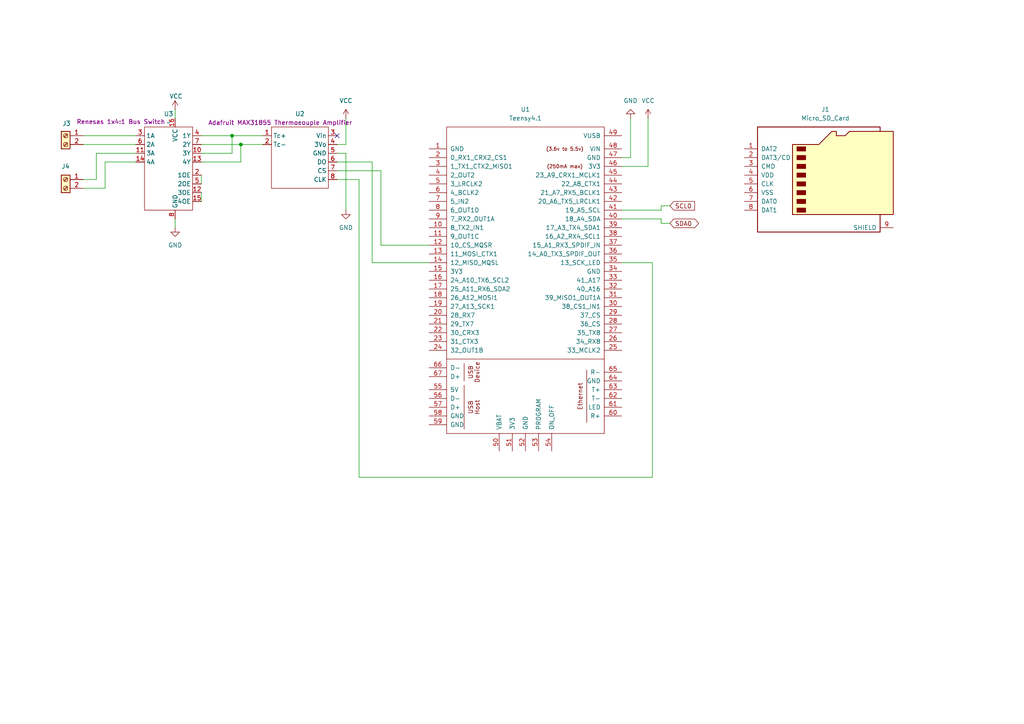
<source format=kicad_sch>
(kicad_sch
	(version 20231120)
	(generator "eeschema")
	(generator_version "8.0")
	(uuid "eb149586-1830-44fb-b1b8-1f960baa6b9a")
	(paper "A4")
	(lib_symbols
		(symbol "Connector:Micro_SD_Card"
			(pin_names
				(offset 1.016)
			)
			(exclude_from_sim no)
			(in_bom yes)
			(on_board yes)
			(property "Reference" "J"
				(at -16.51 15.24 0)
				(effects
					(font
						(size 1.27 1.27)
					)
				)
			)
			(property "Value" "Micro_SD_Card"
				(at 16.51 15.24 0)
				(effects
					(font
						(size 1.27 1.27)
					)
					(justify right)
				)
			)
			(property "Footprint" ""
				(at 29.21 7.62 0)
				(effects
					(font
						(size 1.27 1.27)
					)
					(hide yes)
				)
			)
			(property "Datasheet" "http://katalog.we-online.de/em/datasheet/693072010801.pdf"
				(at 0 0 0)
				(effects
					(font
						(size 1.27 1.27)
					)
					(hide yes)
				)
			)
			(property "Description" "Micro SD Card Socket"
				(at 0 0 0)
				(effects
					(font
						(size 1.27 1.27)
					)
					(hide yes)
				)
			)
			(property "ki_keywords" "connector SD microsd"
				(at 0 0 0)
				(effects
					(font
						(size 1.27 1.27)
					)
					(hide yes)
				)
			)
			(property "ki_fp_filters" "microSD*"
				(at 0 0 0)
				(effects
					(font
						(size 1.27 1.27)
					)
					(hide yes)
				)
			)
			(symbol "Micro_SD_Card_0_1"
				(rectangle
					(start -7.62 -9.525)
					(end -5.08 -10.795)
					(stroke
						(width 0)
						(type default)
					)
					(fill
						(type outline)
					)
				)
				(rectangle
					(start -7.62 -6.985)
					(end -5.08 -8.255)
					(stroke
						(width 0)
						(type default)
					)
					(fill
						(type outline)
					)
				)
				(rectangle
					(start -7.62 -4.445)
					(end -5.08 -5.715)
					(stroke
						(width 0)
						(type default)
					)
					(fill
						(type outline)
					)
				)
				(rectangle
					(start -7.62 -1.905)
					(end -5.08 -3.175)
					(stroke
						(width 0)
						(type default)
					)
					(fill
						(type outline)
					)
				)
				(rectangle
					(start -7.62 0.635)
					(end -5.08 -0.635)
					(stroke
						(width 0)
						(type default)
					)
					(fill
						(type outline)
					)
				)
				(rectangle
					(start -7.62 3.175)
					(end -5.08 1.905)
					(stroke
						(width 0)
						(type default)
					)
					(fill
						(type outline)
					)
				)
				(rectangle
					(start -7.62 5.715)
					(end -5.08 4.445)
					(stroke
						(width 0)
						(type default)
					)
					(fill
						(type outline)
					)
				)
				(rectangle
					(start -7.62 8.255)
					(end -5.08 6.985)
					(stroke
						(width 0)
						(type default)
					)
					(fill
						(type outline)
					)
				)
				(polyline
					(pts
						(xy 16.51 12.7) (xy 16.51 13.97) (xy -19.05 13.97) (xy -19.05 -16.51) (xy 16.51 -16.51) (xy 16.51 -11.43)
					)
					(stroke
						(width 0.254)
						(type default)
					)
					(fill
						(type none)
					)
				)
				(polyline
					(pts
						(xy -8.89 -11.43) (xy -8.89 8.89) (xy -1.27 8.89) (xy 2.54 12.7) (xy 3.81 12.7) (xy 3.81 11.43)
						(xy 6.35 11.43) (xy 7.62 12.7) (xy 20.32 12.7) (xy 20.32 -11.43) (xy -8.89 -11.43)
					)
					(stroke
						(width 0.254)
						(type default)
					)
					(fill
						(type background)
					)
				)
			)
			(symbol "Micro_SD_Card_1_1"
				(pin bidirectional line
					(at -22.86 7.62 0)
					(length 3.81)
					(name "DAT2"
						(effects
							(font
								(size 1.27 1.27)
							)
						)
					)
					(number "1"
						(effects
							(font
								(size 1.27 1.27)
							)
						)
					)
				)
				(pin bidirectional line
					(at -22.86 5.08 0)
					(length 3.81)
					(name "DAT3/CD"
						(effects
							(font
								(size 1.27 1.27)
							)
						)
					)
					(number "2"
						(effects
							(font
								(size 1.27 1.27)
							)
						)
					)
				)
				(pin input line
					(at -22.86 2.54 0)
					(length 3.81)
					(name "CMD"
						(effects
							(font
								(size 1.27 1.27)
							)
						)
					)
					(number "3"
						(effects
							(font
								(size 1.27 1.27)
							)
						)
					)
				)
				(pin power_in line
					(at -22.86 0 0)
					(length 3.81)
					(name "VDD"
						(effects
							(font
								(size 1.27 1.27)
							)
						)
					)
					(number "4"
						(effects
							(font
								(size 1.27 1.27)
							)
						)
					)
				)
				(pin input line
					(at -22.86 -2.54 0)
					(length 3.81)
					(name "CLK"
						(effects
							(font
								(size 1.27 1.27)
							)
						)
					)
					(number "5"
						(effects
							(font
								(size 1.27 1.27)
							)
						)
					)
				)
				(pin power_in line
					(at -22.86 -5.08 0)
					(length 3.81)
					(name "VSS"
						(effects
							(font
								(size 1.27 1.27)
							)
						)
					)
					(number "6"
						(effects
							(font
								(size 1.27 1.27)
							)
						)
					)
				)
				(pin bidirectional line
					(at -22.86 -7.62 0)
					(length 3.81)
					(name "DAT0"
						(effects
							(font
								(size 1.27 1.27)
							)
						)
					)
					(number "7"
						(effects
							(font
								(size 1.27 1.27)
							)
						)
					)
				)
				(pin bidirectional line
					(at -22.86 -10.16 0)
					(length 3.81)
					(name "DAT1"
						(effects
							(font
								(size 1.27 1.27)
							)
						)
					)
					(number "8"
						(effects
							(font
								(size 1.27 1.27)
							)
						)
					)
				)
				(pin passive line
					(at 20.32 -15.24 180)
					(length 3.81)
					(name "SHIELD"
						(effects
							(font
								(size 1.27 1.27)
							)
						)
					)
					(number "9"
						(effects
							(font
								(size 1.27 1.27)
							)
						)
					)
				)
			)
		)
		(symbol "Connector:Screw_Terminal_01x02"
			(pin_names
				(offset 1.016) hide)
			(exclude_from_sim no)
			(in_bom yes)
			(on_board yes)
			(property "Reference" "J"
				(at 0 2.54 0)
				(effects
					(font
						(size 1.27 1.27)
					)
				)
			)
			(property "Value" "Screw_Terminal_01x02"
				(at 0 -5.08 0)
				(effects
					(font
						(size 1.27 1.27)
					)
				)
			)
			(property "Footprint" ""
				(at 0 0 0)
				(effects
					(font
						(size 1.27 1.27)
					)
					(hide yes)
				)
			)
			(property "Datasheet" "~"
				(at 0 0 0)
				(effects
					(font
						(size 1.27 1.27)
					)
					(hide yes)
				)
			)
			(property "Description" "Generic screw terminal, single row, 01x02, script generated (kicad-library-utils/schlib/autogen/connector/)"
				(at 0 0 0)
				(effects
					(font
						(size 1.27 1.27)
					)
					(hide yes)
				)
			)
			(property "ki_keywords" "screw terminal"
				(at 0 0 0)
				(effects
					(font
						(size 1.27 1.27)
					)
					(hide yes)
				)
			)
			(property "ki_fp_filters" "TerminalBlock*:*"
				(at 0 0 0)
				(effects
					(font
						(size 1.27 1.27)
					)
					(hide yes)
				)
			)
			(symbol "Screw_Terminal_01x02_1_1"
				(rectangle
					(start -1.27 1.27)
					(end 1.27 -3.81)
					(stroke
						(width 0.254)
						(type default)
					)
					(fill
						(type background)
					)
				)
				(circle
					(center 0 -2.54)
					(radius 0.635)
					(stroke
						(width 0.1524)
						(type default)
					)
					(fill
						(type none)
					)
				)
				(polyline
					(pts
						(xy -0.5334 -2.2098) (xy 0.3302 -3.048)
					)
					(stroke
						(width 0.1524)
						(type default)
					)
					(fill
						(type none)
					)
				)
				(polyline
					(pts
						(xy -0.5334 0.3302) (xy 0.3302 -0.508)
					)
					(stroke
						(width 0.1524)
						(type default)
					)
					(fill
						(type none)
					)
				)
				(polyline
					(pts
						(xy -0.3556 -2.032) (xy 0.508 -2.8702)
					)
					(stroke
						(width 0.1524)
						(type default)
					)
					(fill
						(type none)
					)
				)
				(polyline
					(pts
						(xy -0.3556 0.508) (xy 0.508 -0.3302)
					)
					(stroke
						(width 0.1524)
						(type default)
					)
					(fill
						(type none)
					)
				)
				(circle
					(center 0 0)
					(radius 0.635)
					(stroke
						(width 0.1524)
						(type default)
					)
					(fill
						(type none)
					)
				)
				(pin passive line
					(at -5.08 0 0)
					(length 3.81)
					(name "Pin_1"
						(effects
							(font
								(size 1.27 1.27)
							)
						)
					)
					(number "1"
						(effects
							(font
								(size 1.27 1.27)
							)
						)
					)
				)
				(pin passive line
					(at -5.08 -2.54 0)
					(length 3.81)
					(name "Pin_2"
						(effects
							(font
								(size 1.27 1.27)
							)
						)
					)
					(number "2"
						(effects
							(font
								(size 1.27 1.27)
							)
						)
					)
				)
			)
		)
		(symbol "SUSF:Adafruit_Thermocouple_Amplifier_Breakout"
			(exclude_from_sim no)
			(in_bom yes)
			(on_board yes)
			(property "Reference" "U"
				(at 0 0 0)
				(effects
					(font
						(size 1.27 1.27)
					)
				)
			)
			(property "Value" ""
				(at 0 0 0)
				(effects
					(font
						(size 1.27 1.27)
					)
				)
			)
			(property "Footprint" ""
				(at 0 0 0)
				(effects
					(font
						(size 1.27 1.27)
					)
					(hide yes)
				)
			)
			(property "Datasheet" ""
				(at 0 0 0)
				(effects
					(font
						(size 1.27 1.27)
					)
					(hide yes)
				)
			)
			(property "Description" ""
				(at 0 0 0)
				(effects
					(font
						(size 1.27 1.27)
					)
					(hide yes)
				)
			)
			(symbol "Adafruit_Thermocouple_Amplifier_Breakout_0_1"
				(rectangle
					(start -2.54 -1.27)
					(end 13.97 -19.05)
					(stroke
						(width 0)
						(type default)
					)
					(fill
						(type none)
					)
				)
			)
			(symbol "Adafruit_Thermocouple_Amplifier_Breakout_1_1"
				(pin input line
					(at -5.08 -3.81 0)
					(length 2.54)
					(name "Tc+"
						(effects
							(font
								(size 1.27 1.27)
							)
						)
					)
					(number "1"
						(effects
							(font
								(size 1.27 1.27)
							)
						)
					)
				)
				(pin input line
					(at -5.08 -6.35 0)
					(length 2.54)
					(name "Tc-"
						(effects
							(font
								(size 1.27 1.27)
							)
						)
					)
					(number "2"
						(effects
							(font
								(size 1.27 1.27)
							)
						)
					)
				)
				(pin input line
					(at 16.51 -3.81 180)
					(length 2.54)
					(name "Vin"
						(effects
							(font
								(size 1.27 1.27)
							)
						)
					)
					(number "3"
						(effects
							(font
								(size 1.27 1.27)
							)
						)
					)
				)
				(pin output line
					(at 16.51 -6.35 180)
					(length 2.54)
					(name "3Vo"
						(effects
							(font
								(size 1.27 1.27)
							)
						)
					)
					(number "4"
						(effects
							(font
								(size 1.27 1.27)
							)
						)
					)
				)
				(pin input line
					(at 16.51 -8.89 180)
					(length 2.54)
					(name "GND"
						(effects
							(font
								(size 1.27 1.27)
							)
						)
					)
					(number "5"
						(effects
							(font
								(size 1.27 1.27)
							)
						)
					)
				)
				(pin output line
					(at 16.51 -11.43 180)
					(length 2.54)
					(name "DO"
						(effects
							(font
								(size 1.27 1.27)
							)
						)
					)
					(number "6"
						(effects
							(font
								(size 1.27 1.27)
							)
						)
					)
				)
				(pin input line
					(at 16.51 -13.97 180)
					(length 2.54)
					(name "CS"
						(effects
							(font
								(size 1.27 1.27)
							)
						)
					)
					(number "7"
						(effects
							(font
								(size 1.27 1.27)
							)
						)
					)
				)
				(pin input line
					(at 16.51 -16.51 180)
					(length 2.54)
					(name "CLK"
						(effects
							(font
								(size 1.27 1.27)
							)
						)
					)
					(number "8"
						(effects
							(font
								(size 1.27 1.27)
							)
						)
					)
				)
			)
		)
		(symbol "SUSF:Renesas_1x4{colon}1_Bus_Switch"
			(exclude_from_sim no)
			(in_bom yes)
			(on_board yes)
			(property "Reference" "U"
				(at 0 0 0)
				(effects
					(font
						(size 1.27 1.27)
					)
				)
			)
			(property "Value" ""
				(at 0 0 0)
				(effects
					(font
						(size 1.27 1.27)
					)
				)
			)
			(property "Footprint" ""
				(at 0 0 0)
				(effects
					(font
						(size 1.27 1.27)
					)
					(hide yes)
				)
			)
			(property "Datasheet" ""
				(at 0 0 0)
				(effects
					(font
						(size 1.27 1.27)
					)
					(hide yes)
				)
			)
			(property "Description" ""
				(at 0 0 0)
				(effects
					(font
						(size 1.27 1.27)
					)
					(hide yes)
				)
			)
			(symbol "Renesas_1x4{colon}1_Bus_Switch_0_1"
				(rectangle
					(start 0 -1.27)
					(end 13.97 -25.4)
					(stroke
						(width 0)
						(type default)
					)
					(fill
						(type none)
					)
				)
			)
			(symbol "Renesas_1x4{colon}1_Bus_Switch_1_0"
				(pin output line
					(at 16.51 -8.89 180)
					(length 2.54)
					(name "3Y"
						(effects
							(font
								(size 1.27 1.27)
							)
						)
					)
					(number "10"
						(effects
							(font
								(size 1.27 1.27)
							)
						)
					)
				)
				(pin input line
					(at -2.54 -8.89 0)
					(length 2.54)
					(name "3A"
						(effects
							(font
								(size 1.27 1.27)
							)
						)
					)
					(number "11"
						(effects
							(font
								(size 1.27 1.27)
							)
						)
					)
				)
				(pin input line
					(at 16.51 -20.32 180)
					(length 2.54)
					(name "3OE"
						(effects
							(font
								(size 1.27 1.27)
							)
						)
					)
					(number "12"
						(effects
							(font
								(size 1.27 1.27)
							)
						)
					)
				)
				(pin output line
					(at 16.51 -11.43 180)
					(length 2.54)
					(name "4Y"
						(effects
							(font
								(size 1.27 1.27)
							)
						)
					)
					(number "13"
						(effects
							(font
								(size 1.27 1.27)
							)
						)
					)
				)
				(pin input line
					(at -2.54 -11.43 0)
					(length 2.54)
					(name "4A"
						(effects
							(font
								(size 1.27 1.27)
							)
						)
					)
					(number "14"
						(effects
							(font
								(size 1.27 1.27)
							)
						)
					)
				)
				(pin input line
					(at 16.51 -22.86 180)
					(length 2.54)
					(name "4OE"
						(effects
							(font
								(size 1.27 1.27)
							)
						)
					)
					(number "15"
						(effects
							(font
								(size 1.27 1.27)
							)
						)
					)
				)
				(pin input line
					(at 8.89 1.27 270)
					(length 2.54)
					(name "VCC"
						(effects
							(font
								(size 1.27 1.27)
							)
						)
					)
					(number "16"
						(effects
							(font
								(size 1.27 1.27)
							)
						)
					)
				)
				(pin input line
					(at -2.54 -3.81 0)
					(length 2.54)
					(name "1A"
						(effects
							(font
								(size 1.27 1.27)
							)
						)
					)
					(number "3"
						(effects
							(font
								(size 1.27 1.27)
							)
						)
					)
				)
				(pin output line
					(at 16.51 -3.81 180)
					(length 2.54)
					(name "1Y"
						(effects
							(font
								(size 1.27 1.27)
							)
						)
					)
					(number "4"
						(effects
							(font
								(size 1.27 1.27)
							)
						)
					)
				)
				(pin input line
					(at 16.51 -17.78 180)
					(length 2.54)
					(name "2OE"
						(effects
							(font
								(size 1.27 1.27)
							)
						)
					)
					(number "5"
						(effects
							(font
								(size 1.27 1.27)
							)
						)
					)
				)
				(pin input line
					(at -2.54 -6.35 0)
					(length 2.54)
					(name "2A"
						(effects
							(font
								(size 1.27 1.27)
							)
						)
					)
					(number "6"
						(effects
							(font
								(size 1.27 1.27)
							)
						)
					)
				)
				(pin output line
					(at 16.51 -6.35 180)
					(length 2.54)
					(name "2Y"
						(effects
							(font
								(size 1.27 1.27)
							)
						)
					)
					(number "7"
						(effects
							(font
								(size 1.27 1.27)
							)
						)
					)
				)
				(pin input line
					(at 8.89 -27.94 90)
					(length 2.54)
					(name "GND"
						(effects
							(font
								(size 1.27 1.27)
							)
						)
					)
					(number "8"
						(effects
							(font
								(size 1.27 1.27)
							)
						)
					)
				)
			)
			(symbol "Renesas_1x4{colon}1_Bus_Switch_1_1"
				(pin input line
					(at 16.51 -15.24 180)
					(length 2.54)
					(name "1OE"
						(effects
							(font
								(size 1.27 1.27)
							)
						)
					)
					(number "2"
						(effects
							(font
								(size 1.27 1.27)
							)
						)
					)
				)
			)
		)
		(symbol "power:GND"
			(power)
			(pin_numbers hide)
			(pin_names
				(offset 0) hide)
			(exclude_from_sim no)
			(in_bom yes)
			(on_board yes)
			(property "Reference" "#PWR"
				(at 0 -6.35 0)
				(effects
					(font
						(size 1.27 1.27)
					)
					(hide yes)
				)
			)
			(property "Value" "GND"
				(at 0 -3.81 0)
				(effects
					(font
						(size 1.27 1.27)
					)
				)
			)
			(property "Footprint" ""
				(at 0 0 0)
				(effects
					(font
						(size 1.27 1.27)
					)
					(hide yes)
				)
			)
			(property "Datasheet" ""
				(at 0 0 0)
				(effects
					(font
						(size 1.27 1.27)
					)
					(hide yes)
				)
			)
			(property "Description" "Power symbol creates a global label with name \"GND\" , ground"
				(at 0 0 0)
				(effects
					(font
						(size 1.27 1.27)
					)
					(hide yes)
				)
			)
			(property "ki_keywords" "global power"
				(at 0 0 0)
				(effects
					(font
						(size 1.27 1.27)
					)
					(hide yes)
				)
			)
			(symbol "GND_0_1"
				(polyline
					(pts
						(xy 0 0) (xy 0 -1.27) (xy 1.27 -1.27) (xy 0 -2.54) (xy -1.27 -1.27) (xy 0 -1.27)
					)
					(stroke
						(width 0)
						(type default)
					)
					(fill
						(type none)
					)
				)
			)
			(symbol "GND_1_1"
				(pin power_in line
					(at 0 0 270)
					(length 0)
					(name "~"
						(effects
							(font
								(size 1.27 1.27)
							)
						)
					)
					(number "1"
						(effects
							(font
								(size 1.27 1.27)
							)
						)
					)
				)
			)
		)
		(symbol "power:VCC"
			(power)
			(pin_numbers hide)
			(pin_names
				(offset 0) hide)
			(exclude_from_sim no)
			(in_bom yes)
			(on_board yes)
			(property "Reference" "#PWR"
				(at 0 -3.81 0)
				(effects
					(font
						(size 1.27 1.27)
					)
					(hide yes)
				)
			)
			(property "Value" "VCC"
				(at 0 3.556 0)
				(effects
					(font
						(size 1.27 1.27)
					)
				)
			)
			(property "Footprint" ""
				(at 0 0 0)
				(effects
					(font
						(size 1.27 1.27)
					)
					(hide yes)
				)
			)
			(property "Datasheet" ""
				(at 0 0 0)
				(effects
					(font
						(size 1.27 1.27)
					)
					(hide yes)
				)
			)
			(property "Description" "Power symbol creates a global label with name \"VCC\""
				(at 0 0 0)
				(effects
					(font
						(size 1.27 1.27)
					)
					(hide yes)
				)
			)
			(property "ki_keywords" "global power"
				(at 0 0 0)
				(effects
					(font
						(size 1.27 1.27)
					)
					(hide yes)
				)
			)
			(symbol "VCC_0_1"
				(polyline
					(pts
						(xy -0.762 1.27) (xy 0 2.54)
					)
					(stroke
						(width 0)
						(type default)
					)
					(fill
						(type none)
					)
				)
				(polyline
					(pts
						(xy 0 0) (xy 0 2.54)
					)
					(stroke
						(width 0)
						(type default)
					)
					(fill
						(type none)
					)
				)
				(polyline
					(pts
						(xy 0 2.54) (xy 0.762 1.27)
					)
					(stroke
						(width 0)
						(type default)
					)
					(fill
						(type none)
					)
				)
			)
			(symbol "VCC_1_1"
				(pin power_in line
					(at 0 0 90)
					(length 0)
					(name "~"
						(effects
							(font
								(size 1.27 1.27)
							)
						)
					)
					(number "1"
						(effects
							(font
								(size 1.27 1.27)
							)
						)
					)
				)
			)
		)
		(symbol "teensy:Teensy4.1"
			(pin_names
				(offset 1.016)
			)
			(exclude_from_sim no)
			(in_bom yes)
			(on_board yes)
			(property "Reference" "U"
				(at 0 64.77 0)
				(effects
					(font
						(size 1.27 1.27)
					)
				)
			)
			(property "Value" "Teensy4.1"
				(at 0 62.23 0)
				(effects
					(font
						(size 1.27 1.27)
					)
				)
			)
			(property "Footprint" ""
				(at -10.16 10.16 0)
				(effects
					(font
						(size 1.27 1.27)
					)
					(hide yes)
				)
			)
			(property "Datasheet" ""
				(at -10.16 10.16 0)
				(effects
					(font
						(size 1.27 1.27)
					)
					(hide yes)
				)
			)
			(property "Description" ""
				(at 0 0 0)
				(effects
					(font
						(size 1.27 1.27)
					)
					(hide yes)
				)
			)
			(symbol "Teensy4.1_0_0"
				(polyline
					(pts
						(xy -22.86 -6.35) (xy 22.86 -6.35)
					)
					(stroke
						(width 0)
						(type solid)
					)
					(fill
						(type none)
					)
				)
				(polyline
					(pts
						(xy -17.78 -26.67) (xy -17.78 -13.97)
					)
					(stroke
						(width 0)
						(type solid)
					)
					(fill
						(type none)
					)
				)
				(polyline
					(pts
						(xy -17.78 -7.62) (xy -17.78 -12.7)
					)
					(stroke
						(width 0)
						(type solid)
					)
					(fill
						(type none)
					)
				)
				(polyline
					(pts
						(xy 17.78 -9.525) (xy 17.78 -24.765)
					)
					(stroke
						(width 0)
						(type solid)
					)
					(fill
						(type none)
					)
				)
				(text "(250mA max)"
					(at 11.43 49.53 0)
					(effects
						(font
							(size 1.016 1.016)
						)
					)
				)
				(text "(3.6v to 5.5v)"
					(at 11.43 54.61 0)
					(effects
						(font
							(size 1.016 1.016)
						)
					)
				)
				(text "Device"
					(at -13.97 -10.16 900)
					(effects
						(font
							(size 1.27 1.27)
						)
					)
				)
				(text "Ethernet"
					(at 15.875 -17.145 900)
					(effects
						(font
							(size 1.27 1.27)
						)
					)
				)
				(text "Host"
					(at -13.97 -20.32 900)
					(effects
						(font
							(size 1.27 1.27)
						)
					)
				)
				(text "USB"
					(at -15.875 -20.32 900)
					(effects
						(font
							(size 1.27 1.27)
						)
					)
				)
				(text "USB"
					(at -15.875 -10.16 900)
					(effects
						(font
							(size 1.27 1.27)
						)
					)
				)
				(pin bidirectional line
					(at -27.94 31.75 0)
					(length 5.08)
					(name "8_TX2_IN1"
						(effects
							(font
								(size 1.27 1.27)
							)
						)
					)
					(number "10"
						(effects
							(font
								(size 1.27 1.27)
							)
						)
					)
				)
				(pin bidirectional line
					(at -27.94 29.21 0)
					(length 5.08)
					(name "9_OUT1C"
						(effects
							(font
								(size 1.27 1.27)
							)
						)
					)
					(number "11"
						(effects
							(font
								(size 1.27 1.27)
							)
						)
					)
				)
				(pin bidirectional line
					(at -27.94 26.67 0)
					(length 5.08)
					(name "10_CS_MQSR"
						(effects
							(font
								(size 1.27 1.27)
							)
						)
					)
					(number "12"
						(effects
							(font
								(size 1.27 1.27)
							)
						)
					)
				)
				(pin bidirectional line
					(at -27.94 24.13 0)
					(length 5.08)
					(name "11_MOSI_CTX1"
						(effects
							(font
								(size 1.27 1.27)
							)
						)
					)
					(number "13"
						(effects
							(font
								(size 1.27 1.27)
							)
						)
					)
				)
				(pin bidirectional line
					(at -27.94 21.59 0)
					(length 5.08)
					(name "12_MISO_MQSL"
						(effects
							(font
								(size 1.27 1.27)
							)
						)
					)
					(number "14"
						(effects
							(font
								(size 1.27 1.27)
							)
						)
					)
				)
				(pin power_in line
					(at -27.94 19.05 0)
					(length 5.08)
					(name "3V3"
						(effects
							(font
								(size 1.27 1.27)
							)
						)
					)
					(number "15"
						(effects
							(font
								(size 1.27 1.27)
							)
						)
					)
				)
				(pin bidirectional line
					(at -27.94 16.51 0)
					(length 5.08)
					(name "24_A10_TX6_SCL2"
						(effects
							(font
								(size 1.27 1.27)
							)
						)
					)
					(number "16"
						(effects
							(font
								(size 1.27 1.27)
							)
						)
					)
				)
				(pin bidirectional line
					(at -27.94 13.97 0)
					(length 5.08)
					(name "25_A11_RX6_SDA2"
						(effects
							(font
								(size 1.27 1.27)
							)
						)
					)
					(number "17"
						(effects
							(font
								(size 1.27 1.27)
							)
						)
					)
				)
				(pin bidirectional line
					(at -27.94 11.43 0)
					(length 5.08)
					(name "26_A12_MOSI1"
						(effects
							(font
								(size 1.27 1.27)
							)
						)
					)
					(number "18"
						(effects
							(font
								(size 1.27 1.27)
							)
						)
					)
				)
				(pin bidirectional line
					(at -27.94 8.89 0)
					(length 5.08)
					(name "27_A13_SCK1"
						(effects
							(font
								(size 1.27 1.27)
							)
						)
					)
					(number "19"
						(effects
							(font
								(size 1.27 1.27)
							)
						)
					)
				)
				(pin bidirectional line
					(at -27.94 6.35 0)
					(length 5.08)
					(name "28_RX7"
						(effects
							(font
								(size 1.27 1.27)
							)
						)
					)
					(number "20"
						(effects
							(font
								(size 1.27 1.27)
							)
						)
					)
				)
				(pin bidirectional line
					(at -27.94 3.81 0)
					(length 5.08)
					(name "29_TX7"
						(effects
							(font
								(size 1.27 1.27)
							)
						)
					)
					(number "21"
						(effects
							(font
								(size 1.27 1.27)
							)
						)
					)
				)
				(pin bidirectional line
					(at -27.94 1.27 0)
					(length 5.08)
					(name "30_CRX3"
						(effects
							(font
								(size 1.27 1.27)
							)
						)
					)
					(number "22"
						(effects
							(font
								(size 1.27 1.27)
							)
						)
					)
				)
				(pin bidirectional line
					(at -27.94 -1.27 0)
					(length 5.08)
					(name "31_CTX3"
						(effects
							(font
								(size 1.27 1.27)
							)
						)
					)
					(number "23"
						(effects
							(font
								(size 1.27 1.27)
							)
						)
					)
				)
				(pin bidirectional line
					(at -27.94 -3.81 0)
					(length 5.08)
					(name "32_OUT1B"
						(effects
							(font
								(size 1.27 1.27)
							)
						)
					)
					(number "24"
						(effects
							(font
								(size 1.27 1.27)
							)
						)
					)
				)
				(pin bidirectional line
					(at 27.94 -3.81 180)
					(length 5.08)
					(name "33_MCLK2"
						(effects
							(font
								(size 1.27 1.27)
							)
						)
					)
					(number "25"
						(effects
							(font
								(size 1.27 1.27)
							)
						)
					)
				)
				(pin bidirectional line
					(at 27.94 -1.27 180)
					(length 5.08)
					(name "34_RX8"
						(effects
							(font
								(size 1.27 1.27)
							)
						)
					)
					(number "26"
						(effects
							(font
								(size 1.27 1.27)
							)
						)
					)
				)
				(pin bidirectional line
					(at 27.94 1.27 180)
					(length 5.08)
					(name "35_TX8"
						(effects
							(font
								(size 1.27 1.27)
							)
						)
					)
					(number "27"
						(effects
							(font
								(size 1.27 1.27)
							)
						)
					)
				)
				(pin bidirectional line
					(at 27.94 3.81 180)
					(length 5.08)
					(name "36_CS"
						(effects
							(font
								(size 1.27 1.27)
							)
						)
					)
					(number "28"
						(effects
							(font
								(size 1.27 1.27)
							)
						)
					)
				)
				(pin bidirectional line
					(at 27.94 6.35 180)
					(length 5.08)
					(name "37_CS"
						(effects
							(font
								(size 1.27 1.27)
							)
						)
					)
					(number "29"
						(effects
							(font
								(size 1.27 1.27)
							)
						)
					)
				)
				(pin bidirectional line
					(at 27.94 8.89 180)
					(length 5.08)
					(name "38_CS1_IN1"
						(effects
							(font
								(size 1.27 1.27)
							)
						)
					)
					(number "30"
						(effects
							(font
								(size 1.27 1.27)
							)
						)
					)
				)
				(pin bidirectional line
					(at 27.94 11.43 180)
					(length 5.08)
					(name "39_MISO1_OUT1A"
						(effects
							(font
								(size 1.27 1.27)
							)
						)
					)
					(number "31"
						(effects
							(font
								(size 1.27 1.27)
							)
						)
					)
				)
				(pin bidirectional line
					(at 27.94 13.97 180)
					(length 5.08)
					(name "40_A16"
						(effects
							(font
								(size 1.27 1.27)
							)
						)
					)
					(number "32"
						(effects
							(font
								(size 1.27 1.27)
							)
						)
					)
				)
				(pin bidirectional line
					(at 27.94 16.51 180)
					(length 5.08)
					(name "41_A17"
						(effects
							(font
								(size 1.27 1.27)
							)
						)
					)
					(number "33"
						(effects
							(font
								(size 1.27 1.27)
							)
						)
					)
				)
				(pin bidirectional line
					(at 27.94 21.59 180)
					(length 5.08)
					(name "13_SCK_LED"
						(effects
							(font
								(size 1.27 1.27)
							)
						)
					)
					(number "35"
						(effects
							(font
								(size 1.27 1.27)
							)
						)
					)
				)
				(pin bidirectional line
					(at 27.94 24.13 180)
					(length 5.08)
					(name "14_A0_TX3_SPDIF_OUT"
						(effects
							(font
								(size 1.27 1.27)
							)
						)
					)
					(number "36"
						(effects
							(font
								(size 1.27 1.27)
							)
						)
					)
				)
				(pin bidirectional line
					(at 27.94 26.67 180)
					(length 5.08)
					(name "15_A1_RX3_SPDIF_IN"
						(effects
							(font
								(size 1.27 1.27)
							)
						)
					)
					(number "37"
						(effects
							(font
								(size 1.27 1.27)
							)
						)
					)
				)
				(pin bidirectional line
					(at 27.94 29.21 180)
					(length 5.08)
					(name "16_A2_RX4_SCL1"
						(effects
							(font
								(size 1.27 1.27)
							)
						)
					)
					(number "38"
						(effects
							(font
								(size 1.27 1.27)
							)
						)
					)
				)
				(pin bidirectional line
					(at 27.94 31.75 180)
					(length 5.08)
					(name "17_A3_TX4_SDA1"
						(effects
							(font
								(size 1.27 1.27)
							)
						)
					)
					(number "39"
						(effects
							(font
								(size 1.27 1.27)
							)
						)
					)
				)
				(pin bidirectional line
					(at 27.94 34.29 180)
					(length 5.08)
					(name "18_A4_SDA"
						(effects
							(font
								(size 1.27 1.27)
							)
						)
					)
					(number "40"
						(effects
							(font
								(size 1.27 1.27)
							)
						)
					)
				)
				(pin bidirectional line
					(at 27.94 36.83 180)
					(length 5.08)
					(name "19_A5_SCL"
						(effects
							(font
								(size 1.27 1.27)
							)
						)
					)
					(number "41"
						(effects
							(font
								(size 1.27 1.27)
							)
						)
					)
				)
				(pin bidirectional line
					(at 27.94 39.37 180)
					(length 5.08)
					(name "20_A6_TX5_LRCLK1"
						(effects
							(font
								(size 1.27 1.27)
							)
						)
					)
					(number "42"
						(effects
							(font
								(size 1.27 1.27)
							)
						)
					)
				)
				(pin bidirectional line
					(at 27.94 41.91 180)
					(length 5.08)
					(name "21_A7_RX5_BCLK1"
						(effects
							(font
								(size 1.27 1.27)
							)
						)
					)
					(number "43"
						(effects
							(font
								(size 1.27 1.27)
							)
						)
					)
				)
				(pin bidirectional line
					(at 27.94 44.45 180)
					(length 5.08)
					(name "22_A8_CTX1"
						(effects
							(font
								(size 1.27 1.27)
							)
						)
					)
					(number "44"
						(effects
							(font
								(size 1.27 1.27)
							)
						)
					)
				)
				(pin bidirectional line
					(at 27.94 46.99 180)
					(length 5.08)
					(name "23_A9_CRX1_MCLK1"
						(effects
							(font
								(size 1.27 1.27)
							)
						)
					)
					(number "45"
						(effects
							(font
								(size 1.27 1.27)
							)
						)
					)
				)
				(pin output line
					(at 27.94 49.53 180)
					(length 5.08)
					(name "3V3"
						(effects
							(font
								(size 1.27 1.27)
							)
						)
					)
					(number "46"
						(effects
							(font
								(size 1.27 1.27)
							)
						)
					)
				)
				(pin output line
					(at 27.94 52.07 180)
					(length 5.08)
					(name "GND"
						(effects
							(font
								(size 1.27 1.27)
							)
						)
					)
					(number "47"
						(effects
							(font
								(size 1.27 1.27)
							)
						)
					)
				)
				(pin power_in line
					(at 27.94 54.61 180)
					(length 5.08)
					(name "VIN"
						(effects
							(font
								(size 1.27 1.27)
							)
						)
					)
					(number "48"
						(effects
							(font
								(size 1.27 1.27)
							)
						)
					)
				)
				(pin power_out line
					(at 27.94 58.42 180)
					(length 5.08)
					(name "VUSB"
						(effects
							(font
								(size 1.27 1.27)
							)
						)
					)
					(number "49"
						(effects
							(font
								(size 1.27 1.27)
							)
						)
					)
				)
				(pin bidirectional line
					(at -27.94 44.45 0)
					(length 5.08)
					(name "3_LRCLK2"
						(effects
							(font
								(size 1.27 1.27)
							)
						)
					)
					(number "5"
						(effects
							(font
								(size 1.27 1.27)
							)
						)
					)
				)
				(pin power_in line
					(at -7.62 -33.02 90)
					(length 5.08)
					(name "VBAT"
						(effects
							(font
								(size 1.27 1.27)
							)
						)
					)
					(number "50"
						(effects
							(font
								(size 1.27 1.27)
							)
						)
					)
				)
				(pin power_in line
					(at -3.81 -33.02 90)
					(length 5.08)
					(name "3V3"
						(effects
							(font
								(size 1.27 1.27)
							)
						)
					)
					(number "51"
						(effects
							(font
								(size 1.27 1.27)
							)
						)
					)
				)
				(pin input line
					(at 0 -33.02 90)
					(length 5.08)
					(name "GND"
						(effects
							(font
								(size 1.27 1.27)
							)
						)
					)
					(number "52"
						(effects
							(font
								(size 1.27 1.27)
							)
						)
					)
				)
				(pin input line
					(at 3.81 -33.02 90)
					(length 5.08)
					(name "PROGRAM"
						(effects
							(font
								(size 1.27 1.27)
							)
						)
					)
					(number "53"
						(effects
							(font
								(size 1.27 1.27)
							)
						)
					)
				)
				(pin input line
					(at 7.62 -33.02 90)
					(length 5.08)
					(name "ON_OFF"
						(effects
							(font
								(size 1.27 1.27)
							)
						)
					)
					(number "54"
						(effects
							(font
								(size 1.27 1.27)
							)
						)
					)
				)
				(pin power_out line
					(at -27.94 -15.24 0)
					(length 5.08)
					(name "5V"
						(effects
							(font
								(size 1.27 1.27)
							)
						)
					)
					(number "55"
						(effects
							(font
								(size 1.27 1.27)
							)
						)
					)
				)
				(pin bidirectional line
					(at -27.94 -17.78 0)
					(length 5.08)
					(name "D-"
						(effects
							(font
								(size 1.27 1.27)
							)
						)
					)
					(number "56"
						(effects
							(font
								(size 1.27 1.27)
							)
						)
					)
				)
				(pin bidirectional line
					(at -27.94 -20.32 0)
					(length 5.08)
					(name "D+"
						(effects
							(font
								(size 1.27 1.27)
							)
						)
					)
					(number "57"
						(effects
							(font
								(size 1.27 1.27)
							)
						)
					)
				)
				(pin power_in line
					(at -27.94 -22.86 0)
					(length 5.08)
					(name "GND"
						(effects
							(font
								(size 1.27 1.27)
							)
						)
					)
					(number "58"
						(effects
							(font
								(size 1.27 1.27)
							)
						)
					)
				)
				(pin power_in line
					(at -27.94 -25.4 0)
					(length 5.08)
					(name "GND"
						(effects
							(font
								(size 1.27 1.27)
							)
						)
					)
					(number "59"
						(effects
							(font
								(size 1.27 1.27)
							)
						)
					)
				)
				(pin bidirectional line
					(at -27.94 41.91 0)
					(length 5.08)
					(name "4_BCLK2"
						(effects
							(font
								(size 1.27 1.27)
							)
						)
					)
					(number "6"
						(effects
							(font
								(size 1.27 1.27)
							)
						)
					)
				)
				(pin bidirectional line
					(at 27.94 -22.86 180)
					(length 5.08)
					(name "R+"
						(effects
							(font
								(size 1.27 1.27)
							)
						)
					)
					(number "60"
						(effects
							(font
								(size 1.27 1.27)
							)
						)
					)
				)
				(pin bidirectional line
					(at 27.94 -20.32 180)
					(length 5.08)
					(name "LED"
						(effects
							(font
								(size 1.27 1.27)
							)
						)
					)
					(number "61"
						(effects
							(font
								(size 1.27 1.27)
							)
						)
					)
				)
				(pin bidirectional line
					(at 27.94 -17.78 180)
					(length 5.08)
					(name "T-"
						(effects
							(font
								(size 1.27 1.27)
							)
						)
					)
					(number "62"
						(effects
							(font
								(size 1.27 1.27)
							)
						)
					)
				)
				(pin bidirectional line
					(at 27.94 -15.24 180)
					(length 5.08)
					(name "T+"
						(effects
							(font
								(size 1.27 1.27)
							)
						)
					)
					(number "63"
						(effects
							(font
								(size 1.27 1.27)
							)
						)
					)
				)
				(pin power_in line
					(at 27.94 -12.7 180)
					(length 5.08)
					(name "GND"
						(effects
							(font
								(size 1.27 1.27)
							)
						)
					)
					(number "64"
						(effects
							(font
								(size 1.27 1.27)
							)
						)
					)
				)
				(pin bidirectional line
					(at 27.94 -10.16 180)
					(length 5.08)
					(name "R-"
						(effects
							(font
								(size 1.27 1.27)
							)
						)
					)
					(number "65"
						(effects
							(font
								(size 1.27 1.27)
							)
						)
					)
				)
				(pin bidirectional line
					(at -27.94 -8.89 0)
					(length 5.08)
					(name "D-"
						(effects
							(font
								(size 1.27 1.27)
							)
						)
					)
					(number "66"
						(effects
							(font
								(size 1.27 1.27)
							)
						)
					)
				)
				(pin bidirectional line
					(at -27.94 -11.43 0)
					(length 5.08)
					(name "D+"
						(effects
							(font
								(size 1.27 1.27)
							)
						)
					)
					(number "67"
						(effects
							(font
								(size 1.27 1.27)
							)
						)
					)
				)
				(pin bidirectional line
					(at -27.94 39.37 0)
					(length 5.08)
					(name "5_IN2"
						(effects
							(font
								(size 1.27 1.27)
							)
						)
					)
					(number "7"
						(effects
							(font
								(size 1.27 1.27)
							)
						)
					)
				)
				(pin bidirectional line
					(at -27.94 36.83 0)
					(length 5.08)
					(name "6_OUT1D"
						(effects
							(font
								(size 1.27 1.27)
							)
						)
					)
					(number "8"
						(effects
							(font
								(size 1.27 1.27)
							)
						)
					)
				)
				(pin bidirectional line
					(at -27.94 34.29 0)
					(length 5.08)
					(name "7_RX2_OUT1A"
						(effects
							(font
								(size 1.27 1.27)
							)
						)
					)
					(number "9"
						(effects
							(font
								(size 1.27 1.27)
							)
						)
					)
				)
			)
			(symbol "Teensy4.1_0_1"
				(rectangle
					(start -22.86 60.96)
					(end 22.86 -27.94)
					(stroke
						(width 0)
						(type solid)
					)
					(fill
						(type none)
					)
				)
				(rectangle
					(start -20.32 -1.27)
					(end -20.32 -1.27)
					(stroke
						(width 0)
						(type solid)
					)
					(fill
						(type none)
					)
				)
			)
			(symbol "Teensy4.1_1_1"
				(pin power_in line
					(at -27.94 54.61 0)
					(length 5.08)
					(name "GND"
						(effects
							(font
								(size 1.27 1.27)
							)
						)
					)
					(number "1"
						(effects
							(font
								(size 1.27 1.27)
							)
						)
					)
				)
				(pin bidirectional line
					(at -27.94 52.07 0)
					(length 5.08)
					(name "0_RX1_CRX2_CS1"
						(effects
							(font
								(size 1.27 1.27)
							)
						)
					)
					(number "2"
						(effects
							(font
								(size 1.27 1.27)
							)
						)
					)
				)
				(pin bidirectional line
					(at -27.94 49.53 0)
					(length 5.08)
					(name "1_TX1_CTX2_MISO1"
						(effects
							(font
								(size 1.27 1.27)
							)
						)
					)
					(number "3"
						(effects
							(font
								(size 1.27 1.27)
							)
						)
					)
				)
				(pin power_in line
					(at 27.94 19.05 180)
					(length 5.08)
					(name "GND"
						(effects
							(font
								(size 1.27 1.27)
							)
						)
					)
					(number "34"
						(effects
							(font
								(size 1.27 1.27)
							)
						)
					)
				)
				(pin bidirectional line
					(at -27.94 46.99 0)
					(length 5.08)
					(name "2_OUT2"
						(effects
							(font
								(size 1.27 1.27)
							)
						)
					)
					(number "4"
						(effects
							(font
								(size 1.27 1.27)
							)
						)
					)
				)
			)
		)
	)
	(junction
		(at 67.31 39.37)
		(diameter 0)
		(color 0 0 0 0)
		(uuid "2b794645-2c80-4708-a92d-3f8c0ca0f138")
	)
	(junction
		(at 69.85 41.91)
		(diameter 0)
		(color 0 0 0 0)
		(uuid "c0567fe8-1613-4940-915f-b6a6a4bc538a")
	)
	(no_connect
		(at 97.79 39.37)
		(uuid "aecc38d4-1f75-40bd-89c1-190bcefc6e92")
	)
	(wire
		(pts
			(xy 180.34 48.26) (xy 187.96 48.26)
		)
		(stroke
			(width 0)
			(type default)
		)
		(uuid "0842d8e4-aff4-43a5-afab-61a41f627f3c")
	)
	(wire
		(pts
			(xy 124.46 76.2) (xy 107.95 76.2)
		)
		(stroke
			(width 0)
			(type default)
		)
		(uuid "136c2240-8984-4452-a6f8-fa0015e5518d")
	)
	(wire
		(pts
			(xy 50.8 63.5) (xy 50.8 66.04)
		)
		(stroke
			(width 0)
			(type default)
		)
		(uuid "1a4f3221-fa84-4f43-8599-e35bd102f5e8")
	)
	(wire
		(pts
			(xy 182.88 45.72) (xy 182.88 34.29)
		)
		(stroke
			(width 0)
			(type default)
		)
		(uuid "1f3aa744-e0db-4faa-8942-87c0ce93ee1c")
	)
	(wire
		(pts
			(xy 107.95 76.2) (xy 107.95 46.99)
		)
		(stroke
			(width 0)
			(type default)
		)
		(uuid "228a2106-ac23-416b-9b99-1ffe005e8c14")
	)
	(wire
		(pts
			(xy 191.77 63.5) (xy 191.77 64.77)
		)
		(stroke
			(width 0)
			(type default)
		)
		(uuid "278abd39-2e30-45ee-83be-ed122903c3a9")
	)
	(wire
		(pts
			(xy 189.23 138.43) (xy 189.23 76.2)
		)
		(stroke
			(width 0)
			(type default)
		)
		(uuid "2975a5c3-5c85-426f-a14c-aca6d9dcc7e3")
	)
	(wire
		(pts
			(xy 24.13 52.07) (xy 27.94 52.07)
		)
		(stroke
			(width 0)
			(type default)
		)
		(uuid "2a473cfe-d152-40bb-8e3d-fca109ee0050")
	)
	(wire
		(pts
			(xy 110.49 71.12) (xy 110.49 49.53)
		)
		(stroke
			(width 0)
			(type default)
		)
		(uuid "2d0596d1-3634-4b8f-856b-77f1439f3260")
	)
	(wire
		(pts
			(xy 191.77 59.69) (xy 194.31 59.69)
		)
		(stroke
			(width 0)
			(type default)
		)
		(uuid "3422a662-54ba-42d0-9189-5f5b1e501710")
	)
	(wire
		(pts
			(xy 30.48 54.61) (xy 30.48 46.99)
		)
		(stroke
			(width 0)
			(type default)
		)
		(uuid "3730f673-996c-4dcb-abb1-d04854378c7e")
	)
	(wire
		(pts
			(xy 58.42 46.99) (xy 69.85 46.99)
		)
		(stroke
			(width 0)
			(type default)
		)
		(uuid "3eae8c26-9823-4026-8373-b78d33193f18")
	)
	(wire
		(pts
			(xy 104.14 52.07) (xy 104.14 138.43)
		)
		(stroke
			(width 0)
			(type default)
		)
		(uuid "3f94192c-4bea-47d1-bc17-3cccde9d8524")
	)
	(wire
		(pts
			(xy 191.77 64.77) (xy 194.31 64.77)
		)
		(stroke
			(width 0)
			(type default)
		)
		(uuid "3fee0da8-aacf-4dfe-bd55-16b01949bc9c")
	)
	(wire
		(pts
			(xy 58.42 50.8) (xy 58.42 53.34)
		)
		(stroke
			(width 0)
			(type default)
		)
		(uuid "4a4928c1-26d7-442b-87ad-6951577bea9e")
	)
	(wire
		(pts
			(xy 58.42 55.88) (xy 58.42 58.42)
		)
		(stroke
			(width 0)
			(type default)
		)
		(uuid "4a998674-87c0-4950-8363-c67ebb115629")
	)
	(wire
		(pts
			(xy 187.96 48.26) (xy 187.96 34.29)
		)
		(stroke
			(width 0)
			(type default)
		)
		(uuid "4e4e2c23-337d-4368-ad36-270d346fbe21")
	)
	(wire
		(pts
			(xy 58.42 44.45) (xy 67.31 44.45)
		)
		(stroke
			(width 0)
			(type default)
		)
		(uuid "50a24fef-5047-4036-8acb-ef3f77746eb1")
	)
	(wire
		(pts
			(xy 69.85 41.91) (xy 76.2 41.91)
		)
		(stroke
			(width 0)
			(type default)
		)
		(uuid "5b7ae0ad-8fdb-4589-8c62-6426b3a2383b")
	)
	(wire
		(pts
			(xy 110.49 49.53) (xy 97.79 49.53)
		)
		(stroke
			(width 0)
			(type default)
		)
		(uuid "5ec30c3e-3926-47ff-aafa-0529221dae4f")
	)
	(wire
		(pts
			(xy 58.42 39.37) (xy 67.31 39.37)
		)
		(stroke
			(width 0)
			(type default)
		)
		(uuid "63338ed4-79f9-402d-be7d-38bd6724116b")
	)
	(wire
		(pts
			(xy 100.33 44.45) (xy 100.33 60.96)
		)
		(stroke
			(width 0)
			(type default)
		)
		(uuid "63f1ad62-289b-44bb-807b-8ae77d99a2c9")
	)
	(wire
		(pts
			(xy 27.94 52.07) (xy 27.94 44.45)
		)
		(stroke
			(width 0)
			(type default)
		)
		(uuid "64ac2e0a-45a4-4b9e-b1ef-29a6fbc6545e")
	)
	(wire
		(pts
			(xy 124.46 71.12) (xy 110.49 71.12)
		)
		(stroke
			(width 0)
			(type default)
		)
		(uuid "6aaef773-a733-440a-bf43-aa4b1ccf264a")
	)
	(wire
		(pts
			(xy 191.77 59.69) (xy 191.77 60.96)
		)
		(stroke
			(width 0)
			(type default)
		)
		(uuid "6cac7fc2-8f16-4d1c-ad4d-d25b3bffd587")
	)
	(wire
		(pts
			(xy 24.13 54.61) (xy 30.48 54.61)
		)
		(stroke
			(width 0)
			(type default)
		)
		(uuid "6f99d1a9-ca76-4ef3-851e-ba977bebeffc")
	)
	(wire
		(pts
			(xy 69.85 46.99) (xy 69.85 41.91)
		)
		(stroke
			(width 0)
			(type default)
		)
		(uuid "7567cd14-638f-458b-8f68-e40310ad1077")
	)
	(wire
		(pts
			(xy 189.23 76.2) (xy 180.34 76.2)
		)
		(stroke
			(width 0)
			(type default)
		)
		(uuid "834118e9-f6d4-4374-9180-2210fc93e2c9")
	)
	(wire
		(pts
			(xy 30.48 46.99) (xy 39.37 46.99)
		)
		(stroke
			(width 0)
			(type default)
		)
		(uuid "88dbd667-870b-4026-aa72-9f8afe9c297c")
	)
	(wire
		(pts
			(xy 97.79 44.45) (xy 100.33 44.45)
		)
		(stroke
			(width 0)
			(type default)
		)
		(uuid "98ecd917-c126-41f1-bc98-ad0dbedb6840")
	)
	(wire
		(pts
			(xy 180.34 45.72) (xy 182.88 45.72)
		)
		(stroke
			(width 0)
			(type default)
		)
		(uuid "a5c153e1-e4fc-4f98-b1bd-7d576eff677c")
	)
	(wire
		(pts
			(xy 97.79 41.91) (xy 100.33 41.91)
		)
		(stroke
			(width 0)
			(type default)
		)
		(uuid "a8a5c252-1fd1-4ba5-8767-d6fdb5698df5")
	)
	(wire
		(pts
			(xy 58.42 41.91) (xy 69.85 41.91)
		)
		(stroke
			(width 0)
			(type default)
		)
		(uuid "a913b494-0afa-4cf2-a16b-dbc2662252ad")
	)
	(wire
		(pts
			(xy 180.34 63.5) (xy 191.77 63.5)
		)
		(stroke
			(width 0)
			(type default)
		)
		(uuid "b3aef562-389d-44d3-b26d-4621625d621a")
	)
	(wire
		(pts
			(xy 24.13 41.91) (xy 39.37 41.91)
		)
		(stroke
			(width 0)
			(type default)
		)
		(uuid "b749ca66-10a7-4de9-816c-c4178025c864")
	)
	(wire
		(pts
			(xy 191.77 60.96) (xy 180.34 60.96)
		)
		(stroke
			(width 0)
			(type default)
		)
		(uuid "c0fb4b55-529f-43f4-b786-fecf5d5e36ec")
	)
	(wire
		(pts
			(xy 67.31 39.37) (xy 76.2 39.37)
		)
		(stroke
			(width 0)
			(type default)
		)
		(uuid "c4428388-c3ea-4712-b2e7-85cbb258fdae")
	)
	(wire
		(pts
			(xy 27.94 44.45) (xy 39.37 44.45)
		)
		(stroke
			(width 0)
			(type default)
		)
		(uuid "d11066b1-437c-4fb8-a5f6-0c99890e08d3")
	)
	(wire
		(pts
			(xy 24.13 39.37) (xy 39.37 39.37)
		)
		(stroke
			(width 0)
			(type default)
		)
		(uuid "d4da014d-5a75-426a-a1a1-d4a191d61cdf")
	)
	(wire
		(pts
			(xy 50.8 31.75) (xy 50.8 34.29)
		)
		(stroke
			(width 0)
			(type default)
		)
		(uuid "d8eec76d-9669-45b8-b471-a8fccfb683fa")
	)
	(wire
		(pts
			(xy 107.95 46.99) (xy 97.79 46.99)
		)
		(stroke
			(width 0)
			(type default)
		)
		(uuid "e1fed893-1fa0-4c4f-9012-8d5b36bbf790")
	)
	(wire
		(pts
			(xy 104.14 138.43) (xy 189.23 138.43)
		)
		(stroke
			(width 0)
			(type default)
		)
		(uuid "e717a575-5374-4690-a40a-e1a77c5631bf")
	)
	(wire
		(pts
			(xy 97.79 52.07) (xy 104.14 52.07)
		)
		(stroke
			(width 0)
			(type default)
		)
		(uuid "e78d778e-7298-4cae-a756-1498b7eb438f")
	)
	(wire
		(pts
			(xy 67.31 44.45) (xy 67.31 39.37)
		)
		(stroke
			(width 0)
			(type default)
		)
		(uuid "e9a0de76-d671-40b4-841e-3d2bdb0e6755")
	)
	(wire
		(pts
			(xy 100.33 41.91) (xy 100.33 34.29)
		)
		(stroke
			(width 0)
			(type default)
		)
		(uuid "ea458d12-042a-4728-a294-0406340e4e7e")
	)
	(global_label "SCL0"
		(shape input)
		(at 194.31 59.69 0)
		(fields_autoplaced yes)
		(effects
			(font
				(size 1.27 1.27)
			)
			(justify left)
		)
		(uuid "9aab6b41-96d8-4b61-afdc-fffdcfd2641b")
		(property "Intersheetrefs" "${INTERSHEET_REFS}"
			(at 202.0123 59.69 0)
			(effects
				(font
					(size 1.27 1.27)
				)
				(justify left)
				(hide yes)
			)
		)
	)
	(global_label "SDA0"
		(shape bidirectional)
		(at 194.31 64.77 0)
		(fields_autoplaced yes)
		(effects
			(font
				(size 1.27 1.27)
			)
			(justify left)
		)
		(uuid "b6f8fcd3-3905-4cee-a2ad-5bd560797c53")
		(property "Intersheetrefs" "${INTERSHEET_REFS}"
			(at 203.1841 64.77 0)
			(effects
				(font
					(size 1.27 1.27)
				)
				(justify left)
				(hide yes)
			)
		)
	)
	(symbol
		(lib_id "teensy:Teensy4.1")
		(at 152.4 97.79 0)
		(unit 1)
		(exclude_from_sim no)
		(in_bom yes)
		(on_board yes)
		(dnp no)
		(fields_autoplaced yes)
		(uuid "09ea1923-868a-4cca-af68-a95c9f2104b2")
		(property "Reference" "U1"
			(at 152.4 31.75 0)
			(effects
				(font
					(size 1.27 1.27)
				)
			)
		)
		(property "Value" "Teensy4.1"
			(at 152.4 34.29 0)
			(effects
				(font
					(size 1.27 1.27)
				)
			)
		)
		(property "Footprint" ""
			(at 142.24 87.63 0)
			(effects
				(font
					(size 1.27 1.27)
				)
				(hide yes)
			)
		)
		(property "Datasheet" ""
			(at 142.24 87.63 0)
			(effects
				(font
					(size 1.27 1.27)
				)
				(hide yes)
			)
		)
		(property "Description" ""
			(at 152.4 97.79 0)
			(effects
				(font
					(size 1.27 1.27)
				)
				(hide yes)
			)
		)
		(pin "17"
			(uuid "52e2ecf9-c140-4d4f-b015-4607c5eae923")
		)
		(pin "19"
			(uuid "337c5479-3da1-4c22-b505-789b0115ad04")
		)
		(pin "62"
			(uuid "fd34144f-d021-402c-b1da-06dedc2f5c60")
		)
		(pin "28"
			(uuid "08e7fdaf-1f4d-4dc3-b0ee-92b621f02cc2")
		)
		(pin "65"
			(uuid "27e2c9af-dcdf-4e1c-96e6-761327f9f1fb")
		)
		(pin "58"
			(uuid "111e069a-2201-445f-b677-c0e461ce04c6")
		)
		(pin "43"
			(uuid "c99a65e7-ccd7-457a-80ff-bd667bcb682a")
		)
		(pin "59"
			(uuid "c9bc87ae-e46e-43eb-85a2-89de6c136535")
		)
		(pin "66"
			(uuid "25be3b36-aa78-4869-a597-27a6f016ac16")
		)
		(pin "67"
			(uuid "257a3c87-4c33-4240-9dd7-8811a41548a0")
		)
		(pin "63"
			(uuid "4a8b628c-6210-4c16-9ebc-7b030224e7c9")
		)
		(pin "8"
			(uuid "1797a8e6-60ca-4742-93fe-56a2de51f508")
		)
		(pin "9"
			(uuid "1ffe9f08-1adf-4a94-8706-5c91862af175")
		)
		(pin "45"
			(uuid "0ceadd40-1c13-48a4-b8be-bdc7ba16860e")
		)
		(pin "53"
			(uuid "be1fd9b9-1db2-4122-b370-4c061dda4cd4")
		)
		(pin "1"
			(uuid "c950c9a8-6645-408d-9d35-be8403b91257")
		)
		(pin "2"
			(uuid "46bf3caf-1d28-4317-b345-33a4f585adbd")
		)
		(pin "5"
			(uuid "c4839c9a-72d9-4b6a-9998-6be826006491")
		)
		(pin "7"
			(uuid "6bfdf734-0f50-47da-ba05-a384395a93d7")
		)
		(pin "12"
			(uuid "ff18ba00-92d0-4ea2-a5a0-445848316472")
		)
		(pin "26"
			(uuid "ffefd96a-6886-4093-9a27-4afc98c38e84")
		)
		(pin "24"
			(uuid "d069efbd-8c80-495c-8060-cd412ff50e61")
		)
		(pin "15"
			(uuid "72d31c7b-7474-4f60-a15b-9c289e33cf8f")
		)
		(pin "21"
			(uuid "82f27851-413d-4ad9-8621-6e3bb635bf84")
		)
		(pin "29"
			(uuid "0ed354ab-690f-4fda-a064-e7fd0dc262e5")
		)
		(pin "32"
			(uuid "8d3e109d-4dc7-49ff-b5c5-7e8ddfda064d")
		)
		(pin "25"
			(uuid "0b664307-d40e-4d3b-b009-ccd9e0b97eb4")
		)
		(pin "35"
			(uuid "a0581f5a-ad04-4952-a5a2-2d830511f131")
		)
		(pin "31"
			(uuid "1fd2682b-1378-4e9e-817e-dabf9aba8f17")
		)
		(pin "33"
			(uuid "7730e47e-0ac3-4833-b863-13f38699be9d")
		)
		(pin "13"
			(uuid "42bda338-048d-46c0-9be3-cb51f4f91215")
		)
		(pin "27"
			(uuid "c1ebe6c6-5068-4b0e-b93b-77d8e21cee5e")
		)
		(pin "37"
			(uuid "b537baa9-30b0-44af-b3a3-bbaff922cda4")
		)
		(pin "39"
			(uuid "7af3f9a0-8777-4b6f-a553-55b40088f559")
		)
		(pin "22"
			(uuid "d9739a0e-7873-45dc-ad3c-14c9ed326afa")
		)
		(pin "41"
			(uuid "4e128678-70c3-498d-aecc-26b07ac8aa2c")
		)
		(pin "20"
			(uuid "174e2d63-8612-4fe9-83ed-b06348ae9a25")
		)
		(pin "44"
			(uuid "c4003967-14e3-4b73-8253-c68bc6f66039")
		)
		(pin "30"
			(uuid "df16510a-e68a-48f5-ba2c-b4591bca65d6")
		)
		(pin "40"
			(uuid "ab486344-5b0f-446a-a848-94fbce737fa3")
		)
		(pin "46"
			(uuid "caf15f0b-464b-4489-bf40-5a57acb9a997")
		)
		(pin "23"
			(uuid "a9543091-fa5d-4c81-bbff-3576474b967c")
		)
		(pin "48"
			(uuid "e1cabc6f-05ad-4d5a-beb0-c1910b6d29bc")
		)
		(pin "51"
			(uuid "e7a1a9f0-6def-4db6-a8ef-957ab60eb817")
		)
		(pin "52"
			(uuid "74839e56-8635-4e7b-aa8e-973ea411e4df")
		)
		(pin "54"
			(uuid "26a91e2d-9839-4011-a4c4-b5e4ff29c70c")
		)
		(pin "55"
			(uuid "49115742-eb96-4ad0-833d-d75e99e9ff71")
		)
		(pin "57"
			(uuid "17d3b880-1cae-4e18-8a86-78fe902f442f")
		)
		(pin "50"
			(uuid "c4a932d8-ddf7-479e-be15-e053fccb6e23")
		)
		(pin "42"
			(uuid "22f0118c-9981-4ebc-8e69-98ac88b03f1d")
		)
		(pin "11"
			(uuid "ed8b462d-50bd-4f6f-aa77-1ef8775b264c")
		)
		(pin "14"
			(uuid "84fb34e9-3fd7-453d-8ab8-20ff7f29e5d6")
		)
		(pin "10"
			(uuid "ba667ac7-98de-4d33-a11f-2de76ea1dc7f")
		)
		(pin "36"
			(uuid "ac881d40-1205-43a3-aebb-a324b3473af3")
		)
		(pin "49"
			(uuid "41812ff6-0f09-4e96-bfa7-2e4fbf4fe2b9")
		)
		(pin "6"
			(uuid "c8895599-b97e-4f32-9f92-8e5203fd1d27")
		)
		(pin "38"
			(uuid "4b1bd7b8-c1e1-4908-b312-584d42efd319")
		)
		(pin "60"
			(uuid "046bb973-0aab-4c48-9632-1c24f76afd7c")
		)
		(pin "56"
			(uuid "b81a8fe5-bd52-414d-aa62-e3bf20e52c60")
		)
		(pin "61"
			(uuid "aca31c69-1bea-4927-965b-a3a511f6dde6")
		)
		(pin "47"
			(uuid "9b612b33-ff8b-45be-8014-1b1bd6e555e0")
		)
		(pin "16"
			(uuid "844c9534-29b4-4a2a-88d1-95f07fbcf6ae")
		)
		(pin "18"
			(uuid "b3b5d4c7-50fe-45af-919f-235c85673dcc")
		)
		(pin "64"
			(uuid "187bed39-b772-4fc9-9007-0b367968fd05")
		)
		(pin "3"
			(uuid "94bf0b7b-6d3f-4741-8c42-8c35388b4639")
		)
		(pin "34"
			(uuid "b2f2acd6-1a62-4cd2-bac1-8df008c26462")
		)
		(pin "4"
			(uuid "2a177859-c333-4b69-8a0e-e25cc4d229d5")
		)
		(instances
			(project ""
				(path "/eb149586-1830-44fb-b1b8-1f960baa6b9a"
					(reference "U1")
					(unit 1)
				)
			)
		)
	)
	(symbol
		(lib_id "power:GND")
		(at 182.88 34.29 180)
		(unit 1)
		(exclude_from_sim no)
		(in_bom yes)
		(on_board yes)
		(dnp no)
		(fields_autoplaced yes)
		(uuid "2d7a5bfd-bd6e-44e8-931c-2a5ed08631fe")
		(property "Reference" "#PWR06"
			(at 182.88 27.94 0)
			(effects
				(font
					(size 1.27 1.27)
				)
				(hide yes)
			)
		)
		(property "Value" "GND"
			(at 182.88 29.21 0)
			(effects
				(font
					(size 1.27 1.27)
				)
			)
		)
		(property "Footprint" ""
			(at 182.88 34.29 0)
			(effects
				(font
					(size 1.27 1.27)
				)
				(hide yes)
			)
		)
		(property "Datasheet" ""
			(at 182.88 34.29 0)
			(effects
				(font
					(size 1.27 1.27)
				)
				(hide yes)
			)
		)
		(property "Description" "Power symbol creates a global label with name \"GND\" , ground"
			(at 182.88 34.29 0)
			(effects
				(font
					(size 1.27 1.27)
				)
				(hide yes)
			)
		)
		(pin "1"
			(uuid "f184f792-b5be-4b83-ad7f-0ff8fe0c2e7e")
		)
		(instances
			(project ""
				(path "/eb149586-1830-44fb-b1b8-1f960baa6b9a"
					(reference "#PWR06")
					(unit 1)
				)
			)
		)
	)
	(symbol
		(lib_id "Connector:Screw_Terminal_01x02")
		(at 19.05 39.37 0)
		(mirror y)
		(unit 1)
		(exclude_from_sim no)
		(in_bom yes)
		(on_board yes)
		(dnp no)
		(uuid "49b80e5f-338f-43bd-bda2-a6c947fb8a2c")
		(property "Reference" "J3"
			(at 19.304 35.814 0)
			(effects
				(font
					(size 1.27 1.27)
				)
			)
		)
		(property "Value" "Screw_Terminal_01x02"
			(at 19.05 35.56 0)
			(effects
				(font
					(size 1.27 1.27)
				)
				(hide yes)
			)
		)
		(property "Footprint" ""
			(at 19.05 39.37 0)
			(effects
				(font
					(size 1.27 1.27)
				)
				(hide yes)
			)
		)
		(property "Datasheet" "~"
			(at 19.05 39.37 0)
			(effects
				(font
					(size 1.27 1.27)
				)
				(hide yes)
			)
		)
		(property "Description" "Generic screw terminal, single row, 01x02, script generated (kicad-library-utils/schlib/autogen/connector/)"
			(at 19.05 39.37 0)
			(effects
				(font
					(size 1.27 1.27)
				)
				(hide yes)
			)
		)
		(pin "1"
			(uuid "49bd7126-a6ab-4225-8144-0cd548b39ab9")
		)
		(pin "2"
			(uuid "4d1e2d10-0bfd-40d6-80d9-94209fab7ed5")
		)
		(instances
			(project ""
				(path "/eb149586-1830-44fb-b1b8-1f960baa6b9a"
					(reference "J3")
					(unit 1)
				)
			)
		)
	)
	(symbol
		(lib_id "power:VCC")
		(at 187.96 34.29 0)
		(unit 1)
		(exclude_from_sim no)
		(in_bom yes)
		(on_board yes)
		(dnp no)
		(fields_autoplaced yes)
		(uuid "5159fce1-04de-4647-8fae-1eb7dfb942c4")
		(property "Reference" "#PWR05"
			(at 187.96 38.1 0)
			(effects
				(font
					(size 1.27 1.27)
				)
				(hide yes)
			)
		)
		(property "Value" "VCC"
			(at 187.96 29.21 0)
			(effects
				(font
					(size 1.27 1.27)
				)
			)
		)
		(property "Footprint" ""
			(at 187.96 34.29 0)
			(effects
				(font
					(size 1.27 1.27)
				)
				(hide yes)
			)
		)
		(property "Datasheet" ""
			(at 187.96 34.29 0)
			(effects
				(font
					(size 1.27 1.27)
				)
				(hide yes)
			)
		)
		(property "Description" "Power symbol creates a global label with name \"VCC\""
			(at 187.96 34.29 0)
			(effects
				(font
					(size 1.27 1.27)
				)
				(hide yes)
			)
		)
		(pin "1"
			(uuid "c791e71e-892f-4f9e-83c7-ff5e4471fab6")
		)
		(instances
			(project ""
				(path "/eb149586-1830-44fb-b1b8-1f960baa6b9a"
					(reference "#PWR05")
					(unit 1)
				)
			)
		)
	)
	(symbol
		(lib_id "Connector:Micro_SD_Card")
		(at 238.76 50.8 0)
		(unit 1)
		(exclude_from_sim no)
		(in_bom yes)
		(on_board yes)
		(dnp no)
		(fields_autoplaced yes)
		(uuid "63cdaf54-5533-4d69-8d11-9a4f48d5303c")
		(property "Reference" "J1"
			(at 239.395 31.75 0)
			(effects
				(font
					(size 1.27 1.27)
				)
			)
		)
		(property "Value" "Micro_SD_Card"
			(at 239.395 34.29 0)
			(effects
				(font
					(size 1.27 1.27)
				)
			)
		)
		(property "Footprint" "Connector_Card:SD_Kyocera_145638109211859+"
			(at 267.97 43.18 0)
			(effects
				(font
					(size 1.27 1.27)
				)
				(hide yes)
			)
		)
		(property "Datasheet" "http://katalog.we-online.de/em/datasheet/693072010801.pdf"
			(at 238.76 50.8 0)
			(effects
				(font
					(size 1.27 1.27)
				)
				(hide yes)
			)
		)
		(property "Description" "Micro SD Card Socket"
			(at 238.76 50.8 0)
			(effects
				(font
					(size 1.27 1.27)
				)
				(hide yes)
			)
		)
		(pin "1"
			(uuid "795baab5-92f2-4213-bbe9-5b2fc7917302")
		)
		(pin "4"
			(uuid "ce746492-ecda-4a09-ab53-04914eb6bf89")
		)
		(pin "7"
			(uuid "c4a01927-9ffb-4cd8-967a-fdeb11b73a13")
		)
		(pin "9"
			(uuid "13ae51e7-c9be-4034-b264-9c0fe5460e78")
		)
		(pin "6"
			(uuid "b64f11c0-3f35-48b4-9f67-62c995c105c5")
		)
		(pin "3"
			(uuid "3a6b21b2-50ee-42a2-8fa3-6f04032df3b8")
		)
		(pin "5"
			(uuid "7802c0d1-5ce7-4565-b74f-e186e36a4746")
		)
		(pin "2"
			(uuid "2621c3cd-1d74-4c04-a4e4-bca14a89a50c")
		)
		(pin "8"
			(uuid "c1faeadf-3c7d-4b11-bc47-e32c460df992")
		)
		(instances
			(project ""
				(path "/eb149586-1830-44fb-b1b8-1f960baa6b9a"
					(reference "J1")
					(unit 1)
				)
			)
		)
	)
	(symbol
		(lib_id "Connector:Screw_Terminal_01x02")
		(at 19.05 52.07 0)
		(mirror y)
		(unit 1)
		(exclude_from_sim no)
		(in_bom yes)
		(on_board yes)
		(dnp no)
		(fields_autoplaced yes)
		(uuid "a37b20f8-e62d-4734-9bf4-b98d5c7fad1c")
		(property "Reference" "J4"
			(at 19.05 48.26 0)
			(effects
				(font
					(size 1.27 1.27)
				)
			)
		)
		(property "Value" "Screw_Terminal_01x02"
			(at 19.05 48.26 0)
			(effects
				(font
					(size 1.27 1.27)
				)
				(hide yes)
			)
		)
		(property "Footprint" ""
			(at 19.05 52.07 0)
			(effects
				(font
					(size 1.27 1.27)
				)
				(hide yes)
			)
		)
		(property "Datasheet" "~"
			(at 19.05 52.07 0)
			(effects
				(font
					(size 1.27 1.27)
				)
				(hide yes)
			)
		)
		(property "Description" "Generic screw terminal, single row, 01x02, script generated (kicad-library-utils/schlib/autogen/connector/)"
			(at 19.05 52.07 0)
			(effects
				(font
					(size 1.27 1.27)
				)
				(hide yes)
			)
		)
		(pin "1"
			(uuid "8841e8ff-65e3-4cdb-9779-ec5ff05929d6")
		)
		(pin "2"
			(uuid "43e01b9e-3bad-4ad8-9624-2bf6690b0b9d")
		)
		(instances
			(project "Test Board"
				(path "/eb149586-1830-44fb-b1b8-1f960baa6b9a"
					(reference "J4")
					(unit 1)
				)
			)
		)
	)
	(symbol
		(lib_id "power:VCC")
		(at 50.8 31.75 0)
		(unit 1)
		(exclude_from_sim no)
		(in_bom yes)
		(on_board yes)
		(dnp no)
		(uuid "a6b9f1ae-a867-4a99-b91a-88e53f23b4d9")
		(property "Reference" "#PWR03"
			(at 50.8 35.56 0)
			(effects
				(font
					(size 1.27 1.27)
				)
				(hide yes)
			)
		)
		(property "Value" "VCC"
			(at 51.054 27.94 0)
			(effects
				(font
					(size 1.27 1.27)
				)
			)
		)
		(property "Footprint" ""
			(at 50.8 31.75 0)
			(effects
				(font
					(size 1.27 1.27)
				)
				(hide yes)
			)
		)
		(property "Datasheet" ""
			(at 50.8 31.75 0)
			(effects
				(font
					(size 1.27 1.27)
				)
				(hide yes)
			)
		)
		(property "Description" "Power symbol creates a global label with name \"VCC\""
			(at 50.8 31.75 0)
			(effects
				(font
					(size 1.27 1.27)
				)
				(hide yes)
			)
		)
		(pin "1"
			(uuid "a7b8973f-4c04-4b7d-901c-cdbb2cd06452")
		)
		(instances
			(project ""
				(path "/eb149586-1830-44fb-b1b8-1f960baa6b9a"
					(reference "#PWR03")
					(unit 1)
				)
			)
		)
	)
	(symbol
		(lib_id "SUSF:Renesas_1x4{colon}1_Bus_Switch")
		(at 41.91 35.56 0)
		(unit 1)
		(exclude_from_sim no)
		(in_bom yes)
		(on_board yes)
		(dnp no)
		(uuid "b1d040c9-cb9f-4da1-8f7b-5075f5f95cb1")
		(property "Reference" "U3"
			(at 48.895 33.02 0)
			(effects
				(font
					(size 1.27 1.27)
				)
			)
		)
		(property "Value" "~"
			(at 48.895 35.56 0)
			(effects
				(font
					(size 1.27 1.27)
				)
			)
		)
		(property "Footprint" ""
			(at 41.91 35.56 0)
			(effects
				(font
					(size 1.27 1.27)
				)
				(hide yes)
			)
		)
		(property "Datasheet" "https://docs.rs-online.com/1ba3/A700000009259922.pdf"
			(at 41.91 35.56 0)
			(effects
				(font
					(size 1.27 1.27)
				)
				(hide yes)
			)
		)
		(property "Description" ""
			(at 41.91 35.56 0)
			(effects
				(font
					(size 1.27 1.27)
				)
				(hide yes)
			)
		)
		(property "Name" "Renesas 1x4:1 Bus Switch"
			(at 35.052 35.306 0)
			(effects
				(font
					(size 1.27 1.27)
				)
			)
		)
		(pin "15"
			(uuid "a36d0fb1-7b37-4de6-afa5-d3880b17e6f1")
		)
		(pin "7"
			(uuid "d3f7ff7c-d62c-4b6a-88b4-93c24f15175f")
		)
		(pin "8"
			(uuid "e0dd774b-eedd-4663-9f44-c7fcf3650fb5")
		)
		(pin "10"
			(uuid "a024a9ed-52be-4bd3-8e8a-227be065140f")
		)
		(pin "13"
			(uuid "7e4c69f5-e9ab-46bd-a231-b71538064dc7")
		)
		(pin "6"
			(uuid "6ef2d649-f655-4a99-ae70-dd7888e8e698")
		)
		(pin "16"
			(uuid "ece52c5b-bcd5-4d0c-9e07-3697d8e34cda")
		)
		(pin "5"
			(uuid "48830952-e8f3-4cfc-9502-3ff0f6b577a0")
		)
		(pin "3"
			(uuid "a53d9579-5e6b-4989-9a68-5d867bf0b543")
		)
		(pin "4"
			(uuid "90f8016f-5468-4226-b0a2-f8dce1de8283")
		)
		(pin "12"
			(uuid "7c40849a-6867-4804-a859-165a5a02d6dc")
		)
		(pin "2"
			(uuid "4affba3d-6c20-4525-b753-bb5c022d206c")
		)
		(pin "11"
			(uuid "3458c0e8-99ea-4831-b991-2b1e9255ffd8")
		)
		(pin "14"
			(uuid "faa74390-02ab-4b14-9db6-a3234fb5b2ad")
		)
		(instances
			(project ""
				(path "/eb149586-1830-44fb-b1b8-1f960baa6b9a"
					(reference "U3")
					(unit 1)
				)
			)
		)
	)
	(symbol
		(lib_id "power:VCC")
		(at 100.33 34.29 0)
		(unit 1)
		(exclude_from_sim no)
		(in_bom yes)
		(on_board yes)
		(dnp no)
		(fields_autoplaced yes)
		(uuid "cce2ddb7-fa6d-4334-8f82-da17319754d6")
		(property "Reference" "#PWR04"
			(at 100.33 38.1 0)
			(effects
				(font
					(size 1.27 1.27)
				)
				(hide yes)
			)
		)
		(property "Value" "VCC"
			(at 100.33 29.21 0)
			(effects
				(font
					(size 1.27 1.27)
				)
			)
		)
		(property "Footprint" ""
			(at 100.33 34.29 0)
			(effects
				(font
					(size 1.27 1.27)
				)
				(hide yes)
			)
		)
		(property "Datasheet" ""
			(at 100.33 34.29 0)
			(effects
				(font
					(size 1.27 1.27)
				)
				(hide yes)
			)
		)
		(property "Description" "Power symbol creates a global label with name \"VCC\""
			(at 100.33 34.29 0)
			(effects
				(font
					(size 1.27 1.27)
				)
				(hide yes)
			)
		)
		(pin "1"
			(uuid "04edc007-cb58-48f3-8f5b-ca6a75bdcac3")
		)
		(instances
			(project ""
				(path "/eb149586-1830-44fb-b1b8-1f960baa6b9a"
					(reference "#PWR04")
					(unit 1)
				)
			)
		)
	)
	(symbol
		(lib_id "power:GND")
		(at 50.8 66.04 0)
		(unit 1)
		(exclude_from_sim no)
		(in_bom yes)
		(on_board yes)
		(dnp no)
		(fields_autoplaced yes)
		(uuid "d94fc316-c8ec-4344-8ea4-381c94b946d3")
		(property "Reference" "#PWR01"
			(at 50.8 72.39 0)
			(effects
				(font
					(size 1.27 1.27)
				)
				(hide yes)
			)
		)
		(property "Value" "GND"
			(at 50.8 71.12 0)
			(effects
				(font
					(size 1.27 1.27)
				)
			)
		)
		(property "Footprint" ""
			(at 50.8 66.04 0)
			(effects
				(font
					(size 1.27 1.27)
				)
				(hide yes)
			)
		)
		(property "Datasheet" ""
			(at 50.8 66.04 0)
			(effects
				(font
					(size 1.27 1.27)
				)
				(hide yes)
			)
		)
		(property "Description" "Power symbol creates a global label with name \"GND\" , ground"
			(at 50.8 66.04 0)
			(effects
				(font
					(size 1.27 1.27)
				)
				(hide yes)
			)
		)
		(pin "1"
			(uuid "da8b7ba9-da65-4f82-bcff-aa2c33f8d6e6")
		)
		(instances
			(project ""
				(path "/eb149586-1830-44fb-b1b8-1f960baa6b9a"
					(reference "#PWR01")
					(unit 1)
				)
			)
		)
	)
	(symbol
		(lib_id "SUSF:Adafruit_Thermocouple_Amplifier_Breakout")
		(at 81.28 35.56 0)
		(unit 1)
		(exclude_from_sim no)
		(in_bom yes)
		(on_board yes)
		(dnp no)
		(fields_autoplaced yes)
		(uuid "db153e3a-c87a-4193-aa03-56401dfb8ffd")
		(property "Reference" "U2"
			(at 86.995 33.02 0)
			(effects
				(font
					(size 1.27 1.27)
				)
			)
		)
		(property "Value" "~"
			(at 86.995 35.56 0)
			(effects
				(font
					(size 1.27 1.27)
				)
			)
		)
		(property "Footprint" ""
			(at 81.28 35.56 0)
			(effects
				(font
					(size 1.27 1.27)
				)
				(hide yes)
			)
		)
		(property "Datasheet" ""
			(at 81.28 35.56 0)
			(effects
				(font
					(size 1.27 1.27)
				)
				(hide yes)
			)
		)
		(property "Description" ""
			(at 81.28 35.56 0)
			(effects
				(font
					(size 1.27 1.27)
				)
				(hide yes)
			)
		)
		(property "Name" "Adafruit MAX31855 Thermocouple Amplifier"
			(at 81.28 35.56 0)
			(effects
				(font
					(size 1.27 1.27)
				)
			)
		)
		(pin "5"
			(uuid "d04fca66-950d-4ad0-bc7a-f4d13be78f54")
		)
		(pin "6"
			(uuid "a692d2bb-5a4c-426a-90e8-204eb756407e")
		)
		(pin "3"
			(uuid "e67a3107-acd1-4f3e-a9c6-a881f677d85b")
		)
		(pin "1"
			(uuid "5f26e0d2-fb16-4ba5-855c-7138516a629e")
		)
		(pin "4"
			(uuid "fc400a2d-e204-4cf3-ac4a-a440158f7e26")
		)
		(pin "8"
			(uuid "c2f0da0a-5d5a-4b56-844f-3700faefe67d")
		)
		(pin "7"
			(uuid "256e0936-a8d2-43c4-9fed-bb2c24f7332c")
		)
		(pin "2"
			(uuid "1777024f-ffea-417f-aaf8-b58747b0e17a")
		)
		(instances
			(project ""
				(path "/eb149586-1830-44fb-b1b8-1f960baa6b9a"
					(reference "U2")
					(unit 1)
				)
			)
		)
	)
	(symbol
		(lib_id "power:GND")
		(at 100.33 60.96 0)
		(unit 1)
		(exclude_from_sim no)
		(in_bom yes)
		(on_board yes)
		(dnp no)
		(fields_autoplaced yes)
		(uuid "e6dcb14a-a6ee-434d-95a7-f52f1168112d")
		(property "Reference" "#PWR02"
			(at 100.33 67.31 0)
			(effects
				(font
					(size 1.27 1.27)
				)
				(hide yes)
			)
		)
		(property "Value" "GND"
			(at 100.33 66.04 0)
			(effects
				(font
					(size 1.27 1.27)
				)
			)
		)
		(property "Footprint" ""
			(at 100.33 60.96 0)
			(effects
				(font
					(size 1.27 1.27)
				)
				(hide yes)
			)
		)
		(property "Datasheet" ""
			(at 100.33 60.96 0)
			(effects
				(font
					(size 1.27 1.27)
				)
				(hide yes)
			)
		)
		(property "Description" "Power symbol creates a global label with name \"GND\" , ground"
			(at 100.33 60.96 0)
			(effects
				(font
					(size 1.27 1.27)
				)
				(hide yes)
			)
		)
		(pin "1"
			(uuid "3ac25529-19af-49b9-8afb-92e866325e45")
		)
		(instances
			(project ""
				(path "/eb149586-1830-44fb-b1b8-1f960baa6b9a"
					(reference "#PWR02")
					(unit 1)
				)
			)
		)
	)
	(sheet_instances
		(path "/"
			(page "1")
		)
	)
)

</source>
